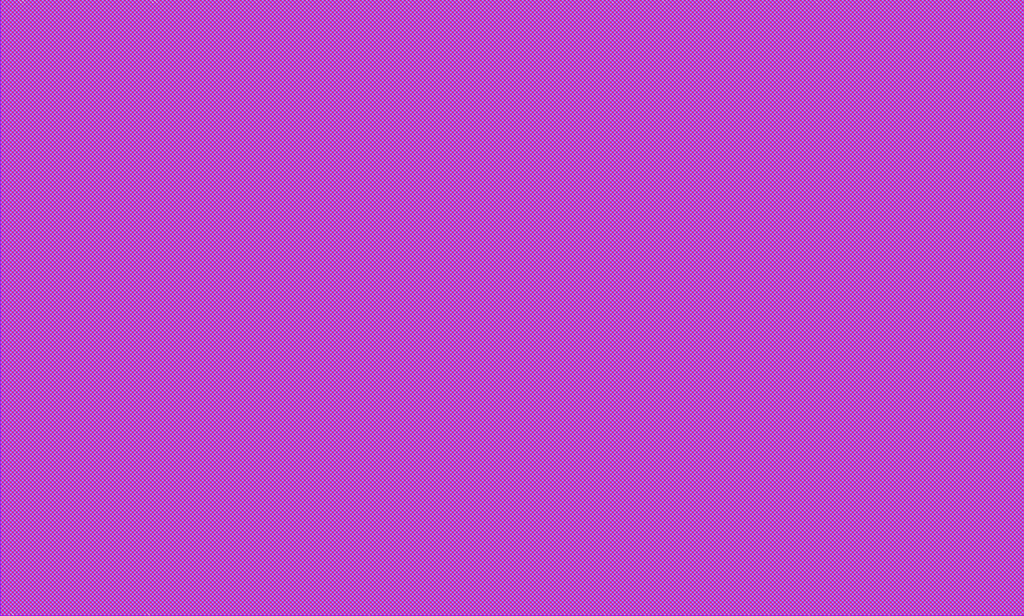
<source format=lef>
##
## LEF for PtnCells ;
## created by Innovus v20.11-s130_1 on Wed Dec 15 20:04:39 2021
##

VERSION 5.8 ;

BUSBITCHARS "[]" ;
DIVIDERCHAR "/" ;

MACRO BATCHARGERsaradc
  CLASS BLOCK ;
  SIZE 200.800000 BY 120.800000 ;
  FOREIGN BATCHARGERsaradc 0.000000 0.000000 ;
  ORIGIN 0 0 ;
  SYMMETRY X Y R90 ;
  PIN vbat[7]
    DIRECTION OUTPUT ;
    USE SIGNAL ;
    PORT
      LAYER metal1 ;
        RECT 134.520000 0.000000 134.680000 0.640000 ;
    END
  END vbat[7]
  PIN vbat[6]
    DIRECTION OUTPUT ;
    USE SIGNAL ;
    PORT
      LAYER metal1 ;
        RECT 138.520000 0.000000 138.680000 0.640000 ;
    END
  END vbat[6]
  PIN vbat[5]
    DIRECTION OUTPUT ;
    USE SIGNAL ;
    PORT
      LAYER metal1 ;
        RECT 142.520000 0.000000 142.680000 0.640000 ;
    END
  END vbat[5]
  PIN vbat[4]
    DIRECTION OUTPUT ;
    USE SIGNAL ;
    PORT
      LAYER metal1 ;
        RECT 146.520000 0.000000 146.680000 0.640000 ;
    END
  END vbat[4]
  PIN vbat[3]
    DIRECTION OUTPUT ;
    USE SIGNAL ;
    PORT
      LAYER metal1 ;
        RECT 150.520000 0.000000 150.680000 0.640000 ;
    END
  END vbat[3]
  PIN vbat[2]
    DIRECTION OUTPUT ;
    USE SIGNAL ;
    PORT
      LAYER metal1 ;
        RECT 154.520000 0.000000 154.680000 0.640000 ;
    END
  END vbat[2]
  PIN vbat[1]
    DIRECTION OUTPUT ;
    USE SIGNAL ;
    PORT
      LAYER metal1 ;
        RECT 158.520000 0.000000 158.680000 0.640000 ;
    END
  END vbat[1]
  PIN vbat[0]
    DIRECTION OUTPUT ;
    USE SIGNAL ;
    PORT
      LAYER metal1 ;
        RECT 162.520000 0.000000 162.680000 0.640000 ;
    END
  END vbat[0]
  PIN ibat[7]
    DIRECTION OUTPUT ;
    USE SIGNAL ;
    PORT
      LAYER metal1 ;
        RECT 130.120000 120.160000 130.280000 120.800000 ;
    END
  END ibat[7]
  PIN ibat[6]
    DIRECTION OUTPUT ;
    USE SIGNAL ;
    PORT
      LAYER metal1 ;
        RECT 120.120000 120.160000 120.280000 120.800000 ;
    END
  END ibat[6]
  PIN ibat[5]
    DIRECTION OUTPUT ;
    USE SIGNAL ;
    PORT
      LAYER metal1 ;
        RECT 110.120000 120.160000 110.280000 120.800000 ;
    END
  END ibat[5]
  PIN ibat[4]
    DIRECTION OUTPUT ;
    USE SIGNAL ;
    PORT
      LAYER metal1 ;
        RECT 100.120000 120.160000 100.280000 120.800000 ;
    END
  END ibat[4]
  PIN ibat[3]
    DIRECTION OUTPUT ;
    USE SIGNAL ;
    PORT
      LAYER metal1 ;
        RECT 90.120000 120.160000 90.280000 120.800000 ;
    END
  END ibat[3]
  PIN ibat[2]
    DIRECTION OUTPUT ;
    USE SIGNAL ;
    PORT
      LAYER metal1 ;
        RECT 80.120000 120.160000 80.280000 120.800000 ;
    END
  END ibat[2]
  PIN ibat[1]
    DIRECTION OUTPUT ;
    USE SIGNAL ;
    PORT
      LAYER metal1 ;
        RECT 70.120000 120.160000 70.280000 120.800000 ;
    END
  END ibat[1]
  PIN ibat[0]
    DIRECTION OUTPUT ;
    USE SIGNAL ;
    PORT
      LAYER metal1 ;
        RECT 60.120000 120.160000 60.280000 120.800000 ;
    END
  END ibat[0]
  PIN tbat[7]
    DIRECTION OUTPUT ;
    USE SIGNAL ;
    PORT
      LAYER metal1 ;
        RECT 170.520000 0.000000 170.680000 0.640000 ;
    END
  END tbat[7]
  PIN tbat[6]
    DIRECTION OUTPUT ;
    USE SIGNAL ;
    PORT
      LAYER metal1 ;
        RECT 174.520000 0.000000 174.680000 0.640000 ;
    END
  END tbat[6]
  PIN tbat[5]
    DIRECTION OUTPUT ;
    USE SIGNAL ;
    PORT
      LAYER metal1 ;
        RECT 178.520000 0.000000 178.680000 0.640000 ;
    END
  END tbat[5]
  PIN tbat[4]
    DIRECTION OUTPUT ;
    USE SIGNAL ;
    PORT
      LAYER metal1 ;
        RECT 182.520000 0.000000 182.680000 0.640000 ;
    END
  END tbat[4]
  PIN tbat[3]
    DIRECTION OUTPUT ;
    USE SIGNAL ;
    PORT
      LAYER metal1 ;
        RECT 186.520000 0.000000 186.680000 0.640000 ;
    END
  END tbat[3]
  PIN tbat[2]
    DIRECTION OUTPUT ;
    USE SIGNAL ;
    PORT
      LAYER metal1 ;
        RECT 190.520000 0.000000 190.680000 0.640000 ;
    END
  END tbat[2]
  PIN tbat[1]
    DIRECTION OUTPUT ;
    USE SIGNAL ;
    PORT
      LAYER metal1 ;
        RECT 194.520000 0.000000 194.680000 0.640000 ;
    END
  END tbat[1]
  PIN tbat[0]
    DIRECTION OUTPUT ;
    USE SIGNAL ;
    PORT
      LAYER metal1 ;
        RECT 198.520000 0.000000 198.680000 0.640000 ;
    END
  END tbat[0]
  PIN vtok
    DIRECTION OUTPUT ;
    USE SIGNAL ;
    PORT
      LAYER metal1 ;
        RECT 110.520000 0.000000 110.680000 0.640000 ;
    END
  END vtok
  PIN vref
    DIRECTION INPUT ;
    USE SIGNAL ;
    PORT
      LAYER metal1 ;
        RECT 114.520000 0.000000 114.680000 0.640000 ;
    END
  END vref
  PIN ibias1u
    DIRECTION INPUT ;
    USE SIGNAL ;
    PORT
      LAYER metal1 ;
        RECT 140.120000 120.160000 140.280000 120.800000 ;
    END
  END ibias1u
  PIN vbattemp
    DIRECTION INPUT ;
    USE SIGNAL ;
    PORT
      LAYER metal1 ;
        RECT 126.520000 0.000000 126.680000 0.640000 ;
    END
  END vbattemp
  PIN vbatvolt
    DIRECTION INPUT ;
    USE SIGNAL ;
    PORT
      LAYER metal1 ;
        RECT 122.520000 0.000000 122.680000 0.640000 ;
    END
  END vbatvolt
  PIN vbatcurr
    DIRECTION INPUT ;
    USE SIGNAL ;
    PORT
      LAYER metal1 ;
        RECT 130.520000 0.000000 130.680000 0.640000 ;
    END
  END vbatcurr
  PIN imeasen
    DIRECTION INPUT ;
    USE SIGNAL ;
    PORT
      LAYER metal1 ;
        RECT 150.120000 120.160000 150.280000 120.800000 ;
    END
  END imeasen
  PIN vmeasen
    DIRECTION INPUT ;
    USE SIGNAL ;
    PORT
      LAYER metal1 ;
        RECT 118.520000 0.000000 118.680000 0.640000 ;
    END
  END vmeasen
  PIN tmeasen
    DIRECTION INPUT ;
    USE SIGNAL ;
    PORT
      LAYER metal1 ;
        RECT 166.520000 0.000000 166.680000 0.640000 ;
    END
  END tmeasen
  PIN en
    DIRECTION INPUT ;
    USE SIGNAL ;
    PORT
      LAYER metal1 ;
        RECT 50.120000 120.160000 50.280000 120.800000 ;
    END
  END en
  PIN clk
    DIRECTION INPUT ;
    USE SIGNAL ;
    PORT
      LAYER metal1 ;
        RECT 72.520000 0.000000 72.680000 0.640000 ;
    END
  END clk
  PIN rstz
    DIRECTION INPUT ;
    USE SIGNAL ;
    PORT
      LAYER metal1 ;
        RECT 160.120000 120.160000 160.280000 120.800000 ;
    END
  END rstz
  PIN avdd
    DIRECTION INOUT ;
    USE SIGNAL ;
    PORT
      LAYER metal1 ;
        RECT 3.700000 120.160000 4.700000 120.800000 ;
    END
  END avdd
  PIN dvdd
    DIRECTION INOUT ;
    USE SIGNAL ;
    PORT
      LAYER metal1 ;
        RECT 28.500000 0.000000 29.500000 0.640000 ;
    END
  END dvdd
  PIN dgnd
    DIRECTION INOUT ;
    USE SIGNAL ;
    PORT
      LAYER metal1 ;
        RECT 29.700000 120.160000 30.700000 120.800000 ;
    END
  END dgnd
  PIN agnd
    DIRECTION INOUT ;
    USE SIGNAL ;
    PORT
      LAYER metal1 ;
        RECT 1.700000 0.000000 2.700000 0.640000 ;
    END
  END agnd
  OBS
    LAYER metal1 ;
      RECT 160.440000 120.000000 200.800000 120.800000 ;
      RECT 150.440000 120.000000 159.960000 120.800000 ;
      RECT 140.440000 120.000000 149.960000 120.800000 ;
      RECT 130.440000 120.000000 139.960000 120.800000 ;
      RECT 120.440000 120.000000 129.960000 120.800000 ;
      RECT 110.440000 120.000000 119.960000 120.800000 ;
      RECT 100.440000 120.000000 109.960000 120.800000 ;
      RECT 90.440000 120.000000 99.960000 120.800000 ;
      RECT 80.440000 120.000000 89.960000 120.800000 ;
      RECT 70.440000 120.000000 79.960000 120.800000 ;
      RECT 60.440000 120.000000 69.960000 120.800000 ;
      RECT 50.440000 120.000000 59.960000 120.800000 ;
      RECT 30.860000 120.000000 49.960000 120.800000 ;
      RECT 4.860000 120.000000 29.540000 120.800000 ;
      RECT 0.000000 120.000000 3.540000 120.800000 ;
      RECT 0.000000 0.800000 200.800000 120.000000 ;
      RECT 198.840000 0.000000 200.800000 0.800000 ;
      RECT 194.840000 0.000000 198.360000 0.800000 ;
      RECT 190.840000 0.000000 194.360000 0.800000 ;
      RECT 186.840000 0.000000 190.360000 0.800000 ;
      RECT 182.840000 0.000000 186.360000 0.800000 ;
      RECT 178.840000 0.000000 182.360000 0.800000 ;
      RECT 174.840000 0.000000 178.360000 0.800000 ;
      RECT 170.840000 0.000000 174.360000 0.800000 ;
      RECT 166.840000 0.000000 170.360000 0.800000 ;
      RECT 162.840000 0.000000 166.360000 0.800000 ;
      RECT 158.840000 0.000000 162.360000 0.800000 ;
      RECT 154.840000 0.000000 158.360000 0.800000 ;
      RECT 150.840000 0.000000 154.360000 0.800000 ;
      RECT 146.840000 0.000000 150.360000 0.800000 ;
      RECT 142.840000 0.000000 146.360000 0.800000 ;
      RECT 138.840000 0.000000 142.360000 0.800000 ;
      RECT 134.840000 0.000000 138.360000 0.800000 ;
      RECT 130.840000 0.000000 134.360000 0.800000 ;
      RECT 126.840000 0.000000 130.360000 0.800000 ;
      RECT 122.840000 0.000000 126.360000 0.800000 ;
      RECT 118.840000 0.000000 122.360000 0.800000 ;
      RECT 114.840000 0.000000 118.360000 0.800000 ;
      RECT 110.840000 0.000000 114.360000 0.800000 ;
      RECT 72.840000 0.000000 110.360000 0.800000 ;
      RECT 29.660000 0.000000 72.360000 0.800000 ;
      RECT 2.860000 0.000000 28.340000 0.800000 ;
      RECT 0.000000 0.000000 1.540000 0.800000 ;
    LAYER metal2 ;
      RECT 0.000000 0.000000 200.800000 120.800000 ;
    LAYER metal3 ;
      RECT 0.000000 0.000000 200.800000 120.800000 ;
    LAYER metal4 ;
      RECT 0.000000 0.000000 200.800000 120.800000 ;
    LAYER metal5 ;
      RECT 0.000000 0.000000 200.800000 120.800000 ;
    LAYER metal6 ;
      RECT 0.000000 0.000000 200.800000 120.800000 ;
    LAYER metal7 ;
      RECT 0.000000 0.000000 200.800000 120.800000 ;
    LAYER metal8 ;
      RECT 0.000000 0.000000 200.800000 120.800000 ;
  END
END BATCHARGERsaradc

END LIBRARY

</source>
